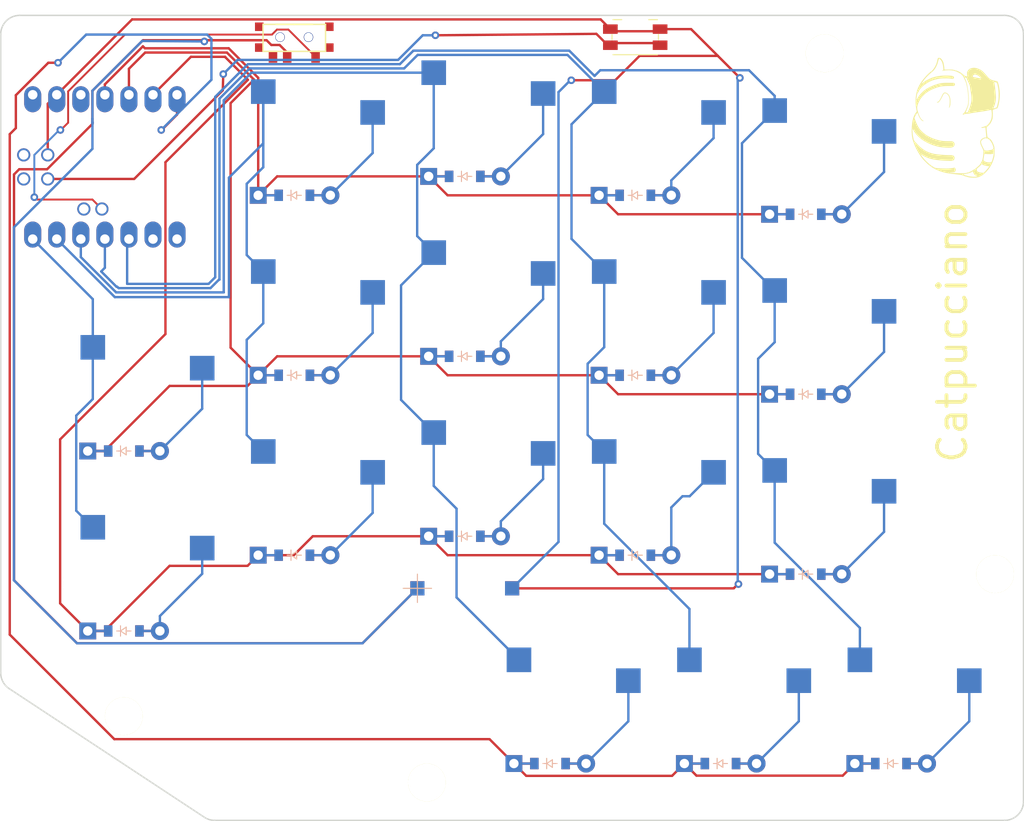
<source format=kicad_pcb>
(kicad_pcb (version 20240108) (generator "pcbnew") (generator_version "8.0")
  (title_block (title "left") (rev "v1.0.0") (company "Unknown"))
  (layers (0 "F.Cu" signal) (31 "B.Cu" signal) (34 "B.Paste" user) (35 "F.Paste" user) (36 "B.SilkS" user "B.Silkscreen") (37 "F.SilkS" user "F.Silkscreen") (38 "B.Mask" user) (39 "F.Mask" user) (44 "Edge.Cuts" user))
  (net 0 "")
  (net 1 "P0")
  (net 2 "pinky_bottom")
  (net 3 "pinky_middle")
  (net 4 "P1")
  (net 5 "ring_bottom")
  (net 6 "ring_middle")
  (net 7 "ring_top")
  (net 8 "P2")
  (net 9 "middle_bottom")
  (net 10 "middle_middle")
  (net 11 "middle_top")
  (net 12 "P3")
  (net 13 "index_bottom")
  (net 14 "index_middle")
  (net 15 "index_top")
  (net 16 "P4")
  (net 17 "inner_bottom")
  (net 18 "inner_middle")
  (net 19 "inner_top")
  (net 20 "middle_clusters")
  (net 21 "index_clusters")
  (net 22 "inner_clusters")
  (net 23 "P8")
  (net 24 "P9")
  (net 25 "P10")
  (net 26 "P7")
  (net 27 "VCC5")
  (net 28 "GND")
  (net 29 "VCC3")
  (net 30 "RST")
  (net 31 "BAT+")
  (net 32 "BAT-")
  (net 33 "CLK")
  (net 34 "DIO")
  (net 35 "P5")
  (net 36 "P6")
  (net 37 "POS")
  (footprint "E73:SPDT_C128955" (layer "F.Cu") (at 118 92.3)
    (property "Reference" "T1" (hide yes))
    (property "Value" "" (hide yes))
  )
  (footprint "Downloads:footprint" (layer "F.Cu") (at 187.9 100.85 90)
    (property "Reference" "G***" (hide yes))
    (property "Value" "LOGO" (hide yes))
  )
  (footprint "ComboDiode" (layer "F.Cu") (at 181 169)
    (property "Reference" "D17" (hide yes))
    (property "Value" "" (hide yes))
  )
  (footprint "PG1350" (layer "F.Cu") (at 154 104)
    (property "Reference" "S11" (hide yes))
    (property "Value" "" (hide yes))
  )
  (footprint "ComboDiode" (layer "F.Cu") (at 136 126)
    (property "Reference" "D7" (hide yes))
    (property "Value" "" (hide yes))
  )
  (footprint "PG1350" (layer "F.Cu") (at 136 121)
    (property "Reference" "S7" (hide yes))
    (property "Value" "" (hide yes))
  )
  (footprint "PG1350" (layer "F.Cu") (at 154 142)
    (property "Reference" "S9" (hide yes))
    (property "Value" "" (hide yes))
  )
  (footprint "PG1350" (layer "F.Cu") (at 163 164)
    (property "Reference" "S16" (hide yes))
    (property "Value" "" (hide yes))
  )
  (footprint "HOLE_M2_TH" (layer "F.Cu") (at 100 164)
    (property "Reference" "")
    (property "Value" "")
  )
  (footprint "HOLE_M2_TH" (layer "F.Cu") (at 132 171)
    (property "Reference" "")
    (property "Value" "")
  )
  (footprint "ComboDiode" (layer "F.Cu") (at 100 136)
    (property "Reference" "D2" (hide yes))
    (property "Value" "" (hide yes))
  )
  (footprint "ComboDiode" (layer "F.Cu") (at 154 109)
    (property "Reference" "D11" (hide yes))
    (property "Value" "" (hide yes))
  )
  (footprint "xiao-ble" (layer "F.Cu") (at 98 106 90)
    (property "Reference" "MCU1" (hide yes))
    (property "Value" "" (hide yes))
  )
  (footprint "PG1350" (layer "F.Cu") (at 100 150)
    (property "Reference" "S1" (hide yes))
    (property "Value" "" (hide yes))
  )
  (footprint "Downloads:Cat6.1" (layer "F.Cu") (at 187.9 100.85 90)
    (property "Reference" "G***" (hide yes))
    (property "Value" "LOGO" (hide yes))
  )
  (footprint "PG1350" (layer "F.Cu") (at 172 125)
    (property "Reference" "S13" (hide yes))
    (property "Value" "" (hide yes))
  )
  (footprint "ComboDiode" (layer "F.Cu") (at 100 155)
    (property "Reference" "D1" (hide yes))
    (property "Value" "" (hide yes))
  )
  (footprint "ComboDiode" (layer "F.Cu") (at 154 147)
    (property "Reference" "D9" (hide yes))
    (property "Value" "" (hide yes))
  )
  (footprint "PG1350" (layer "F.Cu") (at 100 131)
    (property "Reference" "S2" (hide yes))
    (property "Value" "" (hide yes))
  )
  (footprint "PG1350" (layer "F.Cu") (at 154 123)
    (property "Reference" "S10" (hide yes))
    (property "Value" "" (hide yes))
  )
  (footprint "HOLE_M2_TH" (layer "F.Cu") (at 174 94)
    (property "Reference" "")
    (property "Value" "")
  )
  (footprint "PG1350" (layer "F.Cu") (at 118 142)
    (property "Reference" "S3" (hide yes))
    (property "Value" "" (hide yes))
  )
  (footprint "PG1350" (layer "F.Cu") (at 136 140)
    (property "Reference" "S6" (hide yes))
    (property "Value" "" (hide yes))
  )
  (footprint "ComboDiode" (layer "F.Cu") (at 118 128)
    (property "Reference" "D4" (hide yes))
    (property "Value" "" (hide yes))
  )
  (footprint "Panasonic_EVQPUL_EVQPUC" (layer "F.Cu") (at 154 92.3)
    (property "Reference" "B1" (hide yes))
    (property "Value" "Panasonic_EVQPUL_EVQPUC" (hide yes))
  )
  (footprint "PG1350" (layer "F.Cu") (at 172 144)
    (property "Reference" "S12" (hide yes))
    (property "Value" "" (hide yes))
  )
  (footprint "ComboDiode" (layer "F.Cu") (at 118 147)
    (property "Reference" "D3" (hide yes))
    (property "Value" "" (hide yes))
  )
  (footprint "PG1350" (layer "F.Cu") (at 118 123)
    (property "Reference" "S4" (hide yes))
    (property "Value" "" (hide yes))
  )
  (footprint "ComboDiode" (layer "F.Cu") (at 172 149)
    (property "Reference" "D12" (hide yes))
    (property "Value" "" (hide yes))
  )
  (footprint "PG1350" (layer "F.Cu") (at 172 106)
    (property "Reference" "S14" (hide yes))
    (property "Value" "" (hide yes))
  )
  (footprint "PG1350" (layer "F.Cu") (at 145 164)
    (property "Reference" "S15" (hide yes))
    (property "Value" "" (hide yes))
  )
  (footprint "PG1350" (layer "F.Cu") (at 181 164)
    (property "Reference" "S17" (hide yes))
    (property "Value" "" (hide yes))
  )
  (footprint "ComboDiode" (layer "F.Cu") (at 136 145)
    (property "Reference" "D6" (hide yes))
    (property "Value" "" (hide yes))
  )
  (footprint "ComboDiode" (layer "F.Cu") (at 172 130)
    (property "Reference" "D13" (hide yes))
    (property "Value" "" (hide yes))
  )
  (footprint "PG1350" (layer "F.Cu") (at 118 104)
    (property "Reference" "S5" (hide yes))
    (property "Value" "" (hide yes))
  )
  (footprint "ComboDiode" (layer "F.Cu") (at 163 169)
    (property "Reference" "D16" (hide yes))
    (property "Value" "" (hide yes))
  )
  (footprint "ComboDiode" (layer "F.Cu") (at 136 107)
    (property "Reference" "D8" (hide yes))
    (property "Value" "" (hide yes))
  )
  (footprint "HOLE_M2_TH" (layer "F.Cu") (at 192 149)
    (property "Reference" "")
    (property "Value" "")
  )
  (footprint "ComboDiode" (layer "F.Cu") (at 172 111)
    (property "Reference" "D14" (hide yes))
    (property "Value" "" (hide yes))
  )
  (footprint "PG1350" (layer "F.Cu") (at 136 102)
    (property "Reference" "S8" (hide yes))
    (property "Value" "" (hide yes))
  )
  (footprint "ComboDiode" (layer "F.Cu") (at 145 169)
    (property "Reference" "D15" (hide yes))
    (property "Value" "" (hide yes))
  )
  (footprint "ComboDiode" (layer "F.Cu") (at 118 109)
    (property "Reference" "D5" (hide yes))
    (property "Value" "" (hide yes))
  )
  (footprint "ComboDiode" (layer "F.Cu") (at 136 150.5)
    (property "Reference" "BATTPAD1" (hide yes))
    (property "Value" "" (hide yes))
  )
  (footprint "ComboDiode" (layer "F.Cu") (at 154 128)
    (property "Reference" "D10" (hide yes))
    (property "Value" "" (hide yes))
  )
  (gr_line (start 87 159.422852) (end 87 92) (stroke (width 0.15)) (layer "Edge.Cuts"))
  (gr_arc (start 193 90) (mid 194.414214 90.585786) (end 195 92) (stroke (width 0.15)) (layer "Edge.Cuts"))
  (gr_arc (start 87.899373 161.092768) (mid 87.23914 160.371205) (end 87 159.422852) (stroke (width 0.15)) (layer "Edge.Cuts"))
  (gr_line (start 89 90) (end 193 90) (stroke (width 0.15)) (layer "Edge.Cuts"))
  (gr_line (start 108.499183 174.669916) (end 87.899373 161.092769) (stroke (width 0.15)) (layer "Edge.Cuts"))
  (gr_arc (start 109.59981 175) (mid 109.025281 174.915703) (end 108.499183 174.669916) (stroke (width 0.15)) (layer "Edge.Cuts"))
  (gr_line (start 193 175) (end 109.59981 175) (stroke (width 0.15)) (layer "Edge.Cuts"))
  (gr_arc (start 195 173) (mid 194.414214 174.414214) (end 193 175) (stroke (width 0.15)) (layer "Edge.Cuts"))
  (gr_line (start 195 92) (end 195 173) (stroke (width 0.15)) (layer "Edge.Cuts"))
  (gr_arc (start 87 92) (mid 87.585786 90.585786) (end 89 90) (stroke (width 0.15)) (layer "Edge.Cuts"))
  (gr_text "Catpucciano" (at 187.5 137.5 90) (layer "F.SilkS") (effects (font (size 3 3) (thickness 0.4)) (justify left)))
  (segment (start 96.725 125.05) (end 96.725 119.965) (width 0.25) (layer "B.Cu") (net 1))
  (segment (start 96.725 119.965) (end 90.38 113.62) (width 0.25) (layer "B.Cu") (net 1))
  (segment (start 96.725 125.05) (end 96.725 130.508684) (width 0.25) (layer "B.Cu") (net 1))
  (segment (start 96.725 130.508684) (end 94.976 132.257684) (width 0.25) (layer "B.Cu") (net 1))
  (segment (start 94.976 132.257684) (end 94.976 142.301) (width 0.25) (layer "B.Cu") (net 1))
  (segment (start 94.976 142.301) (end 96.725 144.05) (width 0.25) (layer "B.Cu") (net 1))
  (segment (start 101.65 155) (end 103.81 155) (width 0.25) (layer "F.Cu") (net 2))
  (segment (start 108.275 148.958684) (end 103.81 153.423684) (width 0.25) (layer "B.Cu") (net 2))
  (segment (start 101.65 155) (end 103.81 155) (width 0.25) (layer "B.Cu") (net 2))
  (segment (start 108.275 146.25) (end 108.275 148.958684) (width 0.25) (layer "B.Cu") (net 2))
  (segment (start 103.81 153.423684) (end 103.81 155) (width 0.25) (layer "B.Cu") (net 2))
  (segment (start 101.65 136) (end 103.81 136) (width 0.25) (layer "F.Cu") (net 3))
  (segment (start 108.275 131.535) (end 108.275 127.25) (width 0.25) (layer "B.Cu") (net 3))
  (segment (start 103.81 136) (end 108.275 131.535) (width 0.25) (layer "B.Cu") (net 3))
  (segment (start 101.65 136) (end 103.81 136) (width 0.25) (layer "B.Cu") (net 3))
  (segment (start 114.725 103.508684) (end 111.1 107.133684) (width 0.25) (layer "B.Cu") (net 4))
  (segment (start 99.05 119.75) (end 92.92 113.62) (width 0.25) (layer "B.Cu") (net 4))
  (segment (start 112.976 124.257684) (end 112.976 134.301) (width 0.25) (layer "B.Cu") (net 4))
  (segment (start 114.725 122.508684) (end 112.976 124.257684) (width 0.25) (layer "B.Cu") (net 4))
  (segment (start 111.1 107.133684) (end 111.1 119.75) (width 0.25) (layer "B.Cu") (net 4))
  (segment (start 114.725 117.05) (end 114.725 122.508684) (width 0.25) (layer "B.Cu") (net 4))
  (segment (start 114.725 98.05) (end 114.725 106.037) (width 0.25) (layer "B.Cu") (net 4))
  (segment (start 112.976 115.301) (end 114.725 117.05) (width 0.25) (layer "B.Cu") (net 4))
  (segment (start 114.725 98.05) (end 114.725 103.508684) (width 0.25) (layer "B.Cu") (net 4))
  (segment (start 114.725 106.037) (end 112.976 107.786) (width 0.25) (layer "B.Cu") (net 4))
  (segment (start 112.976 134.301) (end 114.725 136.05) (width 0.25) (layer "B.Cu") (net 4))
  (segment (start 111.1 119.75) (end 99.05 119.75) (width 0.25) (layer "B.Cu") (net 4))
  (segment (start 112.976 107.786) (end 112.976 115.301) (width 0.25) (layer "B.Cu") (net 4))
  (segment (start 119.65 147) (end 121.81 147) (width 0.25) (layer "F.Cu") (net 5))
  (segment (start 126.275 142.535) (end 121.81 147) (width 0.25) (layer "B.Cu") (net 5))
  (segment (start 119.65 147) (end 121.81 147) (width 0.25) (layer "B.Cu") (net 5))
  (segment (start 126.275 138.25) (end 126.275 142.535) (width 0.25) (layer "B.Cu") (net 5))
  (segment (start 119.65 128) (end 121.81 128) (width 0.25) (layer "F.Cu") (net 6))
  (segment (start 121.81 128) (end 119.65 128) (width 0.25) (layer "B.Cu") (net 6))
  (segment (start 126.275 119.25) (end 126.275 123.535) (width 0.25) (layer "B.Cu") (net 6))
  (segment (start 126.275 123.535) (end 121.81 128) (width 0.25) (layer "B.Cu") (net 6))
  (segment (start 119.65 109) (end 121.81 109) (width 0.25) (layer "F.Cu") (net 7))
  (segment (start 126.275 100.25) (end 126.275 104.535) (width 0.25) (layer "B.Cu") (net 7))
  (segment (start 119.65 109) (end 121.81 109) (width 0.25) (layer "B.Cu") (net 7))
  (segment (start 126.275 104.535) (end 121.81 109) (width 0.25) (layer "B.Cu") (net 7))
  (segment (start 130.976 113.301) (end 132.725 115.05) (width 0.25) (layer "B.Cu") (net 8))
  (segment (start 110.55 119.25) (end 99.186396 119.25) (width 0.25) (layer "B.Cu") (net 8))
  (segment (start 135.134501 142.0895) (end 132.725 139.679999) (width 0.25) (layer "B.Cu") (net 8))
  (segment (start 141.725 158.05) (end 135.134501 151.459501) (width 0.25) (layer "B.Cu") (net 8))
  (segment (start 132.725 96.05) (end 132.725 104.037) (width 0.25) (layer "B.Cu") (net 8))
  (segment (start 132.725 104.037) (end 130.976 105.786) (width 0.25) (layer "B.Cu") (net 8))
  (segment (start 129.2741 118.5009) (end 129.2741 130.5991) (width 0.25) (layer "B.Cu") (net 8))
  (segment (start 130.976 105.786) (end 130.976 113.301) (width 0.25) (layer "B.Cu") (net 8))
  (segment (start 95.46 115.523604) (end 95.46 113.62) (width 0.25) (layer "B.Cu") (net 8))
  (segment (start 132.725 139.679999) (end 132.725 134.05) (width 0.25) (layer "B.Cu") (net 8))
  (segment (start 110.55 98.975) (end 110.55 119.25) (width 0.25) (layer "B.Cu") (net 8))
  (segment (start 132.725 96.05) (end 113.475 96.05) (width 0.25) (layer "B.Cu") (net 8))
  (segment (start 132.725 115.05) (end 129.2741 118.5009) (width 0.25) (layer "B.Cu") (net 8))
  (segment (start 129.2741 130.5991) (end 132.725 134.05) (width 0.25) (layer "B.Cu") (net 8))
  (segment (start 99.186396 119.25) (end 95.46 115.523604) (width 0.25) (layer "B.Cu") (net 8))
  (segment (start 135.134501 151.459501) (end 135.134501 142.0895) (width 0.25) (layer "B.Cu") (net 8))
  (segment (start 113.475 96.05) (end 110.55 98.975) (width 0.25) (layer "B.Cu") (net 8))
  (segment (start 137.65 145) (end 139.81 145) (width 0.25) (layer "F.Cu") (net 9))
  (segment (start 144.275 136.25) (end 144.275 138.958684) (width 0.25) (layer "B.Cu") (net 9))
  (segment (start 144.275 138.958684) (end 139.81 143.423684) (width 0.25) (layer "B.Cu") (net 9))
  (segment (start 137.65 145) (end 139.81 145) (width 0.25) (layer "B.Cu") (net 9))
  (segment (start 139.81 143.423684) (end 139.81 145) (width 0.25) (layer "B.Cu") (net 9))
  (segment (start 137.65 126) (end 139.81 126) (width 0.25) (layer "F.Cu") (net 10))
  (segment (start 137.65 126) (end 139.81 126) (width 0.25) (layer "B.Cu") (net 10))
  (segment (start 139.81 124.423684) (end 139.81 126) (width 0.25) (layer "B.Cu") (net 10))
  (segment (start 144.275 117.25) (end 144.275 119.958684) (width 0.25) (layer "B.Cu") (net 10))
  (segment (start 144.275 119.958684) (end 139.81 124.423684) (width 0.25) (layer "B.Cu") (net 10))
  (segment (start 137.65 107) (end 139.81 107) (width 0.25) (layer "F.Cu") (net 11))
  (segment (start 144.275 98.25) (end 144.275 102.535) (width 0.25) (layer "B.Cu") (net 11))
  (segment (start 144.275 102.535) (end 139.81 107) (width 0.25) (layer "B.Cu") (net 11))
  (segment (start 137.65 107) (end 139.81 107) (width 0.25) (layer "B.Cu") (net 11))
  (segment (start 150.725 125.037) (end 148.976 126.786) (width 0.25) (layer "B.Cu") (net 12))
  (segment (start 99.3 118.65) (end 99.222792 118.65) (width 0.25) (layer "B.Cu") (net 12))
  (segment (start 129.6 95.6) (end 113.288604 95.6) (width 0.25) (layer "B.Cu") (net 12))
  (segment (start 150.725 117.05) (end 150.725 125.037) (width 0.25) (layer "B.Cu") (net 12))
  (segment (start 109.15 118.8) (end 99.45 118.8) (width 0.25) (layer "B.Cu") (net 12))
  (segment (start 150.725 98.05) (end 146.85 94.175) (width 0.25) (layer "B.Cu") (net 12))
  (segment (start 150.725 136.05) (end 150.725 143.675) (width 0.25) (layer "B.Cu") (net 12))
  (segment (start 98 116.65) (end 98 113.62) (width 0.25) (layer "B.Cu") (net 12))
  (segment (start 110.05 117.9) (end 109.15 118.8) (width 0.25) (layer "B.Cu") (net 12))
  (segment (start 110.1 98.788604) (end 110.1 117.9) (width 0.25) (layer "B.Cu") (net 12))
  (segment (start 113.288604 95.6) (end 110.1 98.788604) (width 0.25) (layer "B.Cu") (net 12))
  (segment (start 99.45 118.8) (end 99.3 118.65) (width 0.25) (layer "B.Cu") (net 12))
  (segment (start 99.222792 118.65) (end 97.611396 117.038604) (width 0.25) (layer "B.Cu") (net 12))
  (segment (start 159.725 152.675) (end 159.725 158.05) (width 0.25) (layer "B.Cu") (net 12))
  (segment (start 150.725 98.05) (end 147.2741 101.5009) (width 0.25) (layer "B.Cu") (net 12))
  (segment (start 147.2741 113.5991) (end 150.725 117.05) (width 0.25) (layer "B.Cu") (net 12))
  (segment (start 146.85 94.175) (end 131.025 94.175) (width 0.25) (layer "B.Cu") (net 12))
  (segment (start 131.025 94.175) (end 129.6 95.6) (width 0.25) (layer "B.Cu") (net 12))
  (segment (start 147.2741 101.5009) (end 147.2741 113.5991) (width 0.25) (layer "B.Cu") (net 12))
  (segment (start 148.976 126.786) (end 148.976 134.301) (width 0.25) (layer "B.Cu") (net 12))
  (segment (start 97.611396 117.038604) (end 98 116.65) (width 0.25) (layer "B.Cu") (net 12))
  (segment (start 150.725 143.675) (end 159.725 152.675) (width 0.25) (layer "B.Cu") (net 12))
  (segment (start 110.1 117.9) (end 110.05 117.9) (width 0.25) (layer "B.Cu") (net 12))
  (segment (start 148.976 134.301) (end 150.725 136.05) (width 0.25) (layer "B.Cu") (net 12))
  (segment (start 157.81 147) (end 155.65 147) (width 0.25) (layer "F.Cu") (net 13))
  (segment (start 158.992216 140.7741) (end 157.81 141.956316) (width 0.25) (layer "B.Cu") (net 13))
  (segment (start 162.275 138.25) (end 159.7509 140.7741) (width 0.25) (layer "B.Cu") (net 13))
  (segment (start 159.7509 140.7741) (end 158.992216 140.7741) (width 0.25) (layer "B.Cu") (net 13))
  (segment (start 155.65 147) (end 157.81 147) (width 0.25) (layer "B.Cu") (net 13))
  (segment (start 157.81 141.956316) (end 157.81 147) (width 0.25) (layer "B.Cu") (net 13))
  (segment (start 155.65 128) (end 157.81 128) (width 0.25) (layer "F.Cu") (net 14))
  (segment (start 162.275 123.535) (end 162.275 119.25) (width 0.25) (layer "B.Cu") (net 14))
  (segment (start 157.81 128) (end 162.275 123.535) (width 0.25) (layer "B.Cu") (net 14))
  (segment (start 155.65 128) (end 157.81 128) (width 0.25) (layer "B.Cu") (net 14))
  (segment (start 155.65 109) (end 157.81 109) (width 0.25) (layer "F.Cu") (net 15))
  (segment (start 157.81 107.423684) (end 157.81 109) (width 0.25) (layer "B.Cu") (net 15))
  (segment (start 162.275 102.958684) (end 157.81 107.423684) (width 0.25) (layer "B.Cu") (net 15))
  (segment (start 162.275 100.25) (end 162.275 102.958684) (width 0.25) (layer "B.Cu") (net 15))
  (segment (start 155.65 109) (end 157.81 109) (width 0.25) (layer "B.Cu") (net 15))
  (segment (start 177.725 154.675) (end 177.725 158.05) (width 0.25) (layer "B.Cu") (net 16))
  (segment (start 150.305698 95.794302) (end 149.705698 96.394302) (width 0.25) (layer "B.Cu") (net 16))
  (segment (start 168.725 100.05) (end 165.2741 103.5009) (width 0.25) (layer "B.Cu") (net 16))
  (segment (start 168.725 124.508684) (end 166.976 126.257684) (width 0.25) (layer "B.Cu") (net 16))
  (segment (start 168.725 138.05) (end 168.725 145.675) (width 0.25) (layer "B.Cu") (net 16))
  (segment (start 113.102208 95.15) (end 109.65 98.602208) (width 0.25) (layer "B.Cu") (net 16))
  (segment (start 100.35 118.35) (end 100.35 113.81) (width 0.25) (layer "B.Cu") (net 16))
  (segment (start 166.019302 95.794302) (end 150.305698 95.794302) (width 0.25) (layer "B.Cu") (net 16))
  (segment (start 109.65 117.65) (end 108.95 118.35) (width 0.25) (layer "B.Cu") (net 16))
  (segment (start 109.65 98.602208) (end 109.65 117.65) (width 0.25) (layer "B.Cu") (net 16))
  (segment (start 100.35 113.81) (end 100.54 113.62) (width 0.25) (layer "B.Cu") (net 16))
  (segment (start 130.575 93.725) (end 129.15 95.15) (width 0.25) (layer "B.Cu") (net 16))
  (segment (start 108.95 118.35) (end 100.35 118.35) (width 0.25) (layer "B.Cu") (net 16))
  (segment (start 147.036396 93.725) (end 130.575 93.725) (width 0.25) (layer "B.Cu") (net 16))
  (segment (start 168.725 100.05) (end 168.725 98.5) (width 0.25) (layer "B.Cu") (net 16))
  (segment (start 168.725 145.675) (end 177.725 154.675) (width 0.25) (layer "B.Cu") (net 16))
  (segment (start 129.15 95.15) (end 113.102208 95.15) (width 0.25) (layer "B.Cu") (net 16))
  (segment (start 168.725 119.05) (end 168.725 124.508684) (width 0.25) (layer "B.Cu") (net 16))
  (segment (start 166.976 126.257684) (end 166.976 136.301) (width 0.25) (layer "B.Cu") (net 16))
  (segment (start 165.2741 103.5009) (end 165.2741 115.5991) (width 0.25) (layer "B.Cu") (net 16))
  (segment (start 166.976 136.301) (end 168.725 138.05) (width 0.25) (layer "B.Cu") (net 16))
  (segment (start 149.705698 96.394302) (end 147.036396 93.725) (width 0.25) (layer "B.Cu") (net 16))
  (segment (start 168.725 98.5) (end 166.019302 95.794302) (width 0.25) (layer "B.Cu") (net 16))
  (segment (start 165.2741 115.5991) (end 168.725 119.05) (width 0.25) (layer "B.Cu") (net 16))
  (segment (start 173.65 149) (end 175.81 149) (width 0.25) (layer "F.Cu") (net 17))
  (segment (start 173.65 149) (end 175.81 149) (width 0.25) (layer "B.Cu") (net 17))
  (segment (start 180.275 140.25) (end 180.275 144.535) (width 0.25) (layer "B.Cu") (net 17))
  (segment (start 180.275 144.535) (end 175.81 149) (width 0.25) (layer "B.Cu") (net 17))
  (segment (start 173.65 130) (end 175.81 130) (width 0.25) (layer "F.Cu") (net 18))
  (segment (start 173.65 130) (end 175.81 130) (width 0.25) (layer "B.Cu") (net 18))
  (segment (start 180.275 125.535) (end 175.81 130) (width 0.25) (layer "B.Cu") (net 18))
  (segment (start 180.275 121.25) (end 180.275 125.535) (width 0.25) (layer "B.Cu") (net 18))
  (segment (start 173.65 111) (end 175.81 111) (width 0.25) (layer "F.Cu") (net 19))
  (segment (start 180.275 102.25) (end 180.275 106.535) (width 0.25) (layer "B.Cu") (net 19))
  (segment (start 180.275 106.535) (end 175.81 111) (width 0.25) (layer "B.Cu") (net 19))
  (segment (start 173.65 111) (end 175.81 111) (width 0.25) (layer "B.Cu") (net 19))
  (segment (start 146.65 169) (end 148.81 169) (width 0.25) (layer "F.Cu") (net 20))
  (segment (start 153.275 160.25) (end 153.275 164.535) (width 0.25) (layer "B.Cu") (net 20))
  (segment (start 146.65 169) (end 148.81 169) (width 0.25) (layer "B.Cu") (net 20))
  (segment (start 153.275 164.535) (end 148.81 169) (width 0.25) (layer "B.Cu") (net 20))
  (segment (start 164.65 169) (end 166.81 169) (width 0.25) (layer "F.Cu") (net 21))
  (segment (start 171.275 160.25) (end 171.275 164.535) (width 0.25) (layer "B.Cu") (net 21))
  (segment (start 164.65 169) (end 166.81 169) (width 0.25) (layer "B.Cu") (net 21))
  (segment (start 171.275 164.535) (end 166.81 169) (width 0.25) (layer "B.Cu") (net 21))
  (segment (start 182.65 169) (end 184.81 169) (width 0.25) (layer "F.Cu") (net 22))
  (segment (start 189.275 164.535) (end 184.81 169) (width 0.25) (layer "B.Cu") (net 22))
  (segment (start 189.275 160.25) (end 189.275 164.535) (width 0.25) (layer "B.Cu") (net 22))
  (segment (start 182.65 169) (end 184.81 169) (width 0.25) (layer "B.Cu") (net 22))
  (segment (start 117.95 147) (end 119.95 145) (width 0.25) (layer "F.Cu") (net 23))
  (segment (start 152.35 147) (end 150.19 147) (width 0.25) (layer "F.Cu") (net 23))
  (segment (start 113.065 148.125) (end 114.19 147) (width 0.25) (layer "F.Cu") (net 23))
  (segment (start 116.35 147) (end 114.19 147) (width 0.25) (layer "F.Cu") (net 23))
  (segment (start 107.085 94.375) (end 110.702208 94.375) (width 0.25) (layer "F.Cu") (net 23))
  (segment (start 104.395 123.650001) (end 93.2741 134.770901) (width 0.25) (layer "F.Cu") (net 23))
  (segment (start 98.35 155) (end 96.19 155) (width 0.25) (layer "F.Cu") (net 23))
  (segment (start 152.19 149) (end 168.19 149) (width 0.25) (layer "F.Cu") (net 23))
  (segment (start 93.2741 152.0841) (end 96.19 155) (width 0.25) (layer "F.Cu") (net 23))
  (segment (start 134.19 147) (end 150.19 147) (width 0.25) (layer "F.Cu") (net 23))
  (segment (start 96.19 155) (end 97.954999 155) (width 0.25) (layer "F.Cu") (net 23))
  (segment (start 97.954999 155) (end 104.829999 148.125) (width 0.25) (layer "F.Cu") (net 23))
  (segment (start 110.702208 94.375) (end 110.702208 94.402208) (width 0.25) (layer "F.Cu") (net 23))
  (segment (start 114.19 147) (end 117.95 147) (width 0.25) (layer "F.Cu") (net 23))
  (segment (start 113.101802 96.801802) (end 104.395 105.508604) (width 0.25) (layer "F.Cu") (net 23))
  (segment (start 134.35 145) (end 132.19 145) (width 0.25) (layer "F.Cu") (net 23))
  (segment (start 103.08 98.38) (end 107.085 94.375) (width 0.25) (layer "F.Cu") (net 23))
  (segment (start 150.19 147) (end 152.19 149) (width 0.25) (layer "F.Cu") (net 23))
  (segment (start 132.19 145) (end 134.19 147) (width 0.25) (layer "F.Cu") (net 23))
  (segment (start 93.2741 134.770901) (end 93.2741 152.0841) (width 0.25) (layer "F.Cu") (net 23))
  (segment (start 110.702208 94.402208) (end 113.101802 96.801802) (width 0.25) (layer "F.Cu") (net 23))
  (segment (start 104.829999 148.125) (end 113.065 148.125) (width 0.25) (layer "F.Cu") (net 23))
  (segment (start 119.95 145) (end 132.19 145) (width 0.25) (layer "F.Cu") (net 23))
  (segment (start 104.395 105.508604) (end 104.395 123.650001) (width 0.25) (layer "F.Cu") (net 23))
  (segment (start 170.35 149) (end 168.19 149) (width 0.25) (layer "F.Cu") (net 23))
  (segment (start 152.35 147) (end 150.19 147) (width 0.25) (layer "B.Cu") (net 23))
  (segment (start 114.19 147) (end 116.35 147) (width 0.25) (layer "B.Cu") (net 23))
  (segment (start 134.35 145) (end 132.19 145) (width 0.25) (layer "B.Cu") (net 23))
  (segment (start 98.35 155) (end 96.19 155) (width 0.25) (layer "B.Cu") (net 23))
  (segment (start 168.19 149) (end 170.35 149) (width 0.25) (layer "B.Cu") (net 23))
  (segment (start 114.19 128) (end 116.19 126) (width 0.25) (layer "F.Cu") (net 24))
  (segment (start 100.54 95.635) (end 100.54 98.38) (width 0.25) (layer "F.Cu") (net 24))
  (segment (start 116.19 126) (end 132.19 126) (width 0.25) (layer "F.Cu") (net 24))
  (segment (start 104.829999 129.125) (end 113.065 129.125) (width 0.25) (layer "F.Cu") (net 24))
  (segment (start 150.19 128) (end 152.19 130) (width 0.25) (layer "F.Cu") (net 24))
  (segment (start 102.25 93.925) (end 100.54 95.635) (width 0.25) (layer "F.Cu") (net 24))
  (segment (start 110.888604 93.925) (end 102.25 93.925) (width 0.25) (layer "F.Cu") (net 24))
  (segment (start 111.2741 99.2659) (end 113.74 96.8) (width 0.25) (layer "F.Cu") (net 24))
  (segment (start 168.19 130) (end 170.35 130) (width 0.25) (layer "F.Cu") (net 24))
  (segment (start 150.19 128) (end 152.35 128) (width 0.25) (layer "F.Cu") (net 24))
  (segment (start 132.19 126) (end 134.19 128) (width 0.25) (layer "F.Cu") (net 24))
  (segment (start 114.19 128) (end 116.35 128) (width 0.25) (layer "F.Cu") (net 24))
  (segment (start 134.19 128) (end 150.19 128) (width 0.25) (layer "F.Cu") (net 24))
  (segment (start 111.2741 125.0841) (end 111.2741 99.2659) (width 0.25) (layer "F.Cu") (net 24))
  (segment (start 114.19 128) (end 111.2741 125.0841) (width 0.25) (layer "F.Cu") (net 24))
  (segment (start 132.19 126) (end 134.35 126) (width 0.25) (layer "F.Cu") (net 24))
  (segment (start 113.065 129.125) (end 114.19 128) (width 0.25) (layer "F.Cu") (net 24))
  (segment (start 113.74 96.8) (end 113.74 96.776396) (width 0.25) (layer "F.Cu") (net 24))
  (segment (start 152.19 130) (end 168.19 130) (width 0.25) (layer "F.Cu") (net 24))
  (segment (start 96.19 136) (end 98.35 136) (width 0.25) (layer "F.Cu") (net 24))
  (segment (start 97.954999 136) (end 104.829999 129.125) (width 0.25) (layer "F.Cu") (net 24))
  (segment (start 113.74 96.776396) (end 110.888604 93.925) (width 0.25) (layer "F.Cu") (net 24))
  (segment (start 96.19 136) (end 97.954999 136) (width 0.25) (layer "F.Cu") (net 24))
  (segment (start 170.35 130) (end 168.19 130) (width 0.25) (layer "B.Cu") (net 24))
  (segment (start 116.35 128) (end 114.19 128) (width 0.25) (layer "B.Cu") (net 24))
  (segment (start 134.35 126) (end 132.19 126) (width 0.25) (layer "B.Cu") (net 24))
  (segment (start 152.35 128) (end 150.19 128) (width 0.25) (layer "B.Cu") (net 24))
  (segment (start 96.19 136) (end 98.35 136) (width 0.25) (layer "B.Cu") (net 24))
  (segment (start 98 97.283984) (end 102.016992 93.266992) (width 0.25) (layer "F.Cu") (net 25))
  (segment (start 134.19 109) (end 150.19 109) (width 0.25) (layer "F.Cu") (net 25))
  (segment (start 152.19 111) (end 168.19 111) (width 0.25) (layer "F.Cu") (net 25))
  (segment (start 111.075 93.475) (end 114.19 96.59) (width 0.25) (layer "F.Cu") (net 25))
  (segment (start 98 98.38) (end 98 97.283984) (width 0.25) (layer "F.Cu") (net 25))
  (segment (start 132.19 107) (end 134.19 109) (width 0.25) (layer "F.Cu") (net 25))
  (segment (start 114.19 96.59) (end 114.19 109) (width 0.25) (layer "F.Cu") (net 25))
  (segment (start 170.35 111) (end 168.19 111) (width 0.25) (layer "F.Cu") (net 25))
  (segment (start 152.35 109) (end 150.19 109) (width 0.25) (layer "F.Cu") (net 25))
  (segment (start 102.225 93.475) (end 111.075 93.475) (width 0.25) (layer "F.Cu") (net 25))
  (segment (start 114.19 109) (end 116.19 107) (width 0.25) (layer "F.Cu") (net 25))
  (segment (start 116.19 107) (end 132.19 107) (width 0.25) (layer "F.Cu") (net 25))
  (segment (start 134.35 107) (end 132.19 107) (width 0.25) (layer "F.Cu") (net 25))
  (segment (start 116.35 109) (end 114.19 109) (width 0.25) (layer "F.Cu") (net 25))
  (segment (start 102.016992 93.266992) (end 102.225 93.475) (width 0.25) (layer "F.Cu") (net 25))
  (segment (start 150.19 109) (end 152.19 111) (width 0.25) (layer "F.Cu") (net 25))
  (segment (start 116.35 109) (end 114.19 109) (width 0.25) (layer "B.Cu") (net 25))
  (segment (start 152.35 109) (end 150.19 109) (width 0.25) (layer "B.Cu") (net 25))
  (segment (start 134.35 107) (end 132.19 107) (width 0.25) (layer "B.Cu") (net 25))
  (segment (start 170.35 111) (end 168.19 111) (width 0.25) (layer "B.Cu") (net 25))
  (segment (start 177.19 169) (end 179.35 169) (width 0.25) (layer "F.Cu") (net 26))
  (segment (start 93.05 95) (end 93.1 95) (width 0.25) (layer "F.Cu") (net 26))
  (segment (start 159.19 169) (end 160.4675 170.2775) (width 0.25) (layer "F.Cu") (net 26))
  (segment (start 159.19 169) (end 161.35 169) (width 0.25) (layer "F.Cu") (net 26))
  (segment (start 141.19 169) (end 143.35 169) (width 0.25) (layer "F.Cu") (net 26))
  (segment (start 98.995532 166.425) (end 87.9545 155.383968) (width 0.25) (layer "F.Cu") (net 26))
  (segment (start 175.9125 170.2775) (end 177.19 169) (width 0.25) (layer "F.Cu") (net 26))
  (segment (start 88.6 101.9) (end 88.6 98.427588) (width 0.25) (layer "F.Cu") (net 26))
  (segment (start 103.95 102.15) (end 104.05 102.05) (width 0.25) (layer "F.Cu") (net 26))
  (segment (start 104 102.1) (end 103.95 102.1) (width 0.25) (layer "F.Cu") (net 26))
  (segment (start 141.19 169) (end 142.49 170.3) (width 0.25) (layer "F.Cu") (net 26))
  (segment (start 142.49 170.3) (end 157.89 170.3) (width 0.25) (layer "F.Cu") (net 26))
  (segment (start 141.19 169) (end 138.615 166.425) (width 0.25) (layer "F.Cu") (net 26))
  (segment (start 157.89 170.3) (end 159.19 169) (width 0.25) (layer "F.Cu") (net 26))
  (segment (start 138.615 166.425) (end 98.995532 166.425) (width 0.25) (layer "F.Cu") (net 26))
  (segment (start 87.9545 155.383968) (end 87.9545 102.5455) (width 0.25) (layer "F.Cu") (net 26))
  (segment (start 92.027588 95) (end 93.05 95) (width 0.25) (layer "F.Cu") (net 26))
  (segment (start 160.4675 170.2775) (end 175.9125 170.2775) (width 0.25) (layer "F.Cu") (net 26))
  (segment (start 88.6 98.427588) (end 92.027588 95) (width 0.25) (layer "F.Cu") (net 26))
  (segment (start 87.9545 102.5455) (end 88.6 101.9) (width 0.25) (layer "F.Cu") (net 26))
  (segment (start 105.62 98.38) (end 105.62 100.48) (width 0.25) (layer "F.Cu") (net 26))
  (segment (start 105.62 100.48) (end 104 102.1) (width 0.25) (layer "F.Cu") (net 26))
  (segment (start 103.95 102.1) (end 103.95 102.15) (width 0.25) (layer "F.Cu") (net 26))
  (via (at 93.05 95) (size 0.8) (drill 0.4) (layers "F.Cu" "B.Cu") (net 26))
  (via (at 103.95 102.1) (size 0.8) (drill 0.4) (layers "F.Cu" "B.Cu") (net 26))
  (segment (start 161.35 169) (end 159.19 169) (width 0.25) (layer "B.Cu") (net 26))
  (segment (start 93.05 95) (end 96.025 92.025) (width 0.25) (layer "B.Cu") (net 26))
  (segment (start 109.25 96.8) (end 103.95 102.1) (width 0.25) (layer "B.Cu") (net 26))
  (segment (start 109.25 92.474695) (end 109.25 96.8) (width 0.25) (layer "B.Cu") (net 26))
  (segment (start 177.19 169) (end 179.35 169) (width 0.25) (layer "B.Cu") (net 26))
  (segment (start 96.025 92.025) (end 108.800305 92.025) (width 0.25) (layer "B.Cu") (net 26))
  (segment (start 108.800305 92.025) (end 109.25 92.474695) (width 0.25) (layer "B.Cu") (net 26))
  (segment (start 141.19 169) (end 143.35 169) (width 0.25) (layer "B.Cu") (net 26))
  (segment (start 151.88566 96.85) (end 154.46066 94.275) (width 0.25) (layer "F.Cu") (net 28))
  (segment (start 147.25 96.85) (end 151.88566 96.85) (width 0.25) (layer "F.Cu") (net 28))
  (segment (start 91.968 99.332) (end 91.968 104.73) (width 0.25) (layer "F.Cu") (net 28))
  (segment (start 141 150.5) (end 164.4 150.5) (width 0.25) (layer "F.Cu") (net 28))
  (segment (start 159.9 91.45) (end 162.725 94.275) (width 0.25) (layer "F.Cu") (net 28))
  (segment (start 164.4 150.5) (end 164.85 150.05) (width 0.25) (layer "F.Cu") (net 28))
  (segment (start 92.92 98.38) (end 100.875 90.425) (width 0.25) (layer "F.Cu") (net 28))
  (segment (start 150.35 90.425) (end 151.375 91.45) (width 0.25) (layer "F.Cu") (net 28))
  (segment (start 162.725 94.275) (end 165.05 96.6) (width 0.25) (layer "F.Cu") (net 28))
  (segment (start 156.625 91.45) (end 159.9 91.45) (width 0.25) (layer "F.Cu") (net 28))
  (segment (start 100.875 90.425) (end 150.35 90.425) (width 0.25) (layer "F.Cu") (net 28))
  (segment (start 154.46066 94.275) (end 162.725 94.275) (width 0.25) (layer "F.Cu") (net 28))
  (segment (start 151.375 91.45) (end 151.6 91.675) (width 0.25) (layer "F.Cu") (net 28))
  (segment (start 156.4 91.675) (end 156.625 91.45) (width 0.25) (layer "F.Cu") (net 28))
  (segment (start 164.85 150.05) (end 164.9 150.05) (width 0.25) (layer "F.Cu") (net 28))
  (segment (start 92.92 98.38) (end 91.968 99.332) (width 0.25) (layer "F.Cu") (net 28))
  (segment (start 151.6 91.675) (end 156.4 91.675) (width 0.25) (layer "F.Cu") (net 28))
  (segment (start 164.9 150) (end 164.8 150.1) (width 0.25) (layer "F.Cu") (net 28))
  (segment (start 164.9 150.05) (end 164.9 150) (width 0.25) (layer "F.Cu") (net 28))
  (via (at 147.25 96.85) (size 0.8) (drill 0.4) (layers "F.Cu" "B.Cu") (net 28))
  (via (at 165.05 96.6) (size 0.8) (drill 0.4) (layers "F.Cu" "B.Cu") (net 28))
  (via (at 164.9 150.05) (size 0.8) (drill 0.4) (layers "F.Cu" "B.Cu") (net 28))
  (segment (start 141 150.5) (end 145.9 145.6) (width 0.25) (layer "B.Cu") (net 28))
  (segment (start 147.25 96.85) (end 147.25 96.75) (width 0.25) (layer "B.Cu") (net 28))
  (segment (start 145.9 98.1) (end 147.15 96.85) (width 0.25) (layer "B.Cu") (net 28))
  (segment (start 165.05 96.6) (end 164.8241 96.8259) (width 0.25) (layer "B.Cu") (net 28))
  (segment (start 145.9 145.6) (end 145.9 98.1) (width 0.25) (layer "B.Cu") (net 28))
  (segment (start 164.8241 96.8259) (end 164.8241 149.9741) (width 0.25) (layer "B.Cu") (net 28))
  (segment (start 147.25 96.75) (end 147.2 96.8) (width 0.25) (layer "B.Cu") (net 28))
  (segment (start 147.15 96.85) (end 147.25 96.85) (width 0.25) (layer "B.Cu") (net 28))
  (segment (start 164.8241 149.9741) (end 164.9 150.05) (width 0.25) (layer "B.Cu") (net 28))
  (segment (start 151.375 93.15) (end 151.6 92.925) (width 0.25) (layer "F.Cu") (net 30))
  (segment (start 110.45 97.913604) (end 110.5 96.2) (width 0.25) (layer "F.Cu") (net 30))
  (segment (start 91.968 107.27) (end 101.093604 107.27) (width 0.25) (layer "F.Cu") (net 30))
  (segment (start 151.6 92.925) (end 156.4 92.925) (width 0.25) (layer "F.Cu") (net 30))
  (segment (start 151.375 93.15) (end 151.1 93.15) (width 0.25) (layer "F.Cu") (net 30))
  (segment (start 149.9 91.95) (end 132.9 92.1) (width 0.25) (layer "F.Cu") (net 30))
  (segment (start 156.4 92.925) (end 156.625 93.15) (width 0.25) (layer "F.Cu") (net 30))
  (segment (start 101.093604 107.27) (end 110.45 97.913604) (width 0.25) (layer "F.Cu") (net 30))
  (segment (start 151.1 93.15) (end 149.9 91.95) (width 0.25) (layer "F.Cu") (net 30))
  (segment (start 110.5 96.2) (end 110.45 96.2) (width 0.25) (layer "F.Cu") (net 30))
  (segment (start 132.9 92.1) (end 132.95 91.95) (width 0.25) (layer "F.Cu") (net 30))
  (via (at 132.9 92.1) (size 0.8) (drill 0.4) (layers "F.Cu" "B.Cu") (net 30))
  (via (at 110.5 96.2) (size 0.8) (drill 0.4) (layers "F.Cu" "B.Cu") (net 30))
  (segment (start 131.563604 92.1) (end 128.963604 94.7) (width 0.25) (layer "B.Cu") (net 30))
  (segment (start 132.9 92.1) (end 131.563604 92.1) (width 0.25) (layer "B.Cu") (net 30))
  (segment (start 128.963604 94.7) (end 112 94.7) (width 0.25) (layer "B.Cu") (net 30))
  (segment (start 112 94.7) (end 110.5 96.2) (width 0.25) (layer "B.Cu") (net 30))
  (segment (start 93.35 102.1) (end 93.3 102.1) (width 0.2) (layer "F.Cu") (net 31))
  (segment (start 120.25 94.375) (end 117.375 91.5) (width 0.2) (layer "F.Cu") (net 31))
  (segment (start 100.117424 92.02552) (end 94.12 98.022944) (width 0.2) (layer "F.Cu") (net 31))
  (segment (start 93.3 102.1) (end 93.3 102.15) (width 0.2) (layer "F.Cu") (net 31))
  (segment (start 117.375 91.5) (end 116.168629 91.5) (width 0.2) (layer "F.Cu") (net 31))
  (segment (start 116.168629 91.5) (end 115.643109 92.02552) (width 0.2) (layer "F.Cu") (net 31))
  (segment (start 115.643109 92.02552) (end 100.117424 92.02552) (width 0.2) (layer "F.Cu") (net 31))
  (segment (start 96.6845 109.4465) (end 90.7965 109.4465) (width 0.2) (layer "F.Cu") (net 31))
  (segment (start 94.12 98.022944) (end 94.12 101.33) (width 0.2) (layer "F.Cu") (net 31))
  (segment (start 94.12 101.33) (end 93.35 102.1) (width 0.2) (layer "F.Cu") (net 31))
  (segment (start 93.3 102.15) (end 93.35 102.1) (width 0.2) (layer "F.Cu") (net 31))
  (segment (start 97.683 110.445) (end 96.6845 109.4465) (width 0.2) (layer "F.Cu") (net 31))
  (segment (start 90.7965 109.4465) (end 90.55 109.2) (width 0.2) (layer "F.Cu") (net 31))
  (segment (start 90.55 109.2) (end 90.6 109.25) (width 0.2) (layer "F.Cu") (net 31))
  (via (at 93.3 102.1) (size 0.8) (drill 0.4) (layers "F.Cu" "B.Cu") (net 31))
  (via (at 90.55 109.2) (size 0.8) (drill 0.4) (layers "F.Cu" "B.Cu") (net 31))
  (segment (start 90.55 109.2) (end 90.55 104.735907) (width 0.2) (layer "B.Cu") (net 31))
  (segment (start 93.185907 102.1) (end 93.3 102.1) (width 0.2) (layer "B.Cu") (net 31))
  (segment (start 90.55 104.735907) (end 93.185907 102.1) (width 0.2) (layer "B.Cu") (net 31))
  (segment (start 88.4045 106.7955) (end 88.4045 149.6425) (width 0.25) (layer "F.Cu") (net 37))
  (segment (start 117.25 94.375) (end 117.25 93.925) (width 0.25) (layer "F.Cu") (net 37))
  (segment (start 108.5 92.75) (end 108.625 92.625) (width 0.25) (layer "F.Cu") (net 37))
  (segment (start 116.45 93.125) (end 115.575 93.125) (width 0.25) (layer "F.Cu") (net 37))
  (segment (start 115.075 92.625) (end 114.45 92.625) (width 0.25) (layer "F.Cu") (net 37))
  (segment (start 117.25 93.925) (end 116.45 93.125) (width 0.25) (layer "F.Cu") (net 37))
  (segment (start 114.45 92.625) (end 102.022588 92.625) (width 0.25) (layer "F.Cu") (net 37))
  (segment (start 91.898948 106.2465) (end 88.9535 106.2465) (width 0.25) (layer "F.Cu") (net 37))
  (segment (start 95.062 156.3) (end 125.2 156.3) (width 0.25) (layer "F.Cu") (net 37))
  (segment (start 88.4045 149.6425) (end 95.062 156.3) (width 0.25) (layer "F.Cu") (net 37))
  (segment (start 125.2 156.3) (end 131 150.5) (width 0.25) (layer "F.Cu") (net 37))
  (segment (start 102.022588 92.625) (end 96.685 97.962588) (width 0.25) (layer "F.Cu") (net 37))
  (segment (start 96.685 101.460448) (end 91.898948 106.2465) (width 0.25) (layer "F.Cu") (net 37))
  (segment (start 96.685 97.962588) (end 96.685 101.460448) (width 0.25) (layer "F.Cu") (net 37))
  (segment (start 115.575 93.125) (end 115.075 92.625) (width 0.25) (layer "F.Cu") (net 37))
  (segment (start 108.625 92.625) (end 114.45 92.625) (width 0.25) (layer "F.Cu") (net 37))
  (segment (start 88.9535 106.2465) (end 88.4045 106.7955) (width 0.25) (layer "F.Cu") (net 37))
  (via (at 108.5 92.75) (size 0.8) (drill 0.4) (layers "F.Cu" "B.Cu") (net 37))
  (segment (start 95.05 156.3) (end 125.2 156.3) (width 0.25) (layer "B.Cu") (net 37))
  (segment (start 96.685 100.9) (end 96.685 97.95) (width 0.25) (layer "B.Cu") (net 37))
  (segment (start 101.935 92.7) (end 102 92.7) (width 0.25) (layer "B.Cu") (net 37))
  (segment (start 96.685 97.95) (end 101.935 92.7) (width 0.25) (layer "B.Cu") (net 37))
  (segment (start 96.685 101.285) (end 96.685 100.9) (width 0.25) (layer "B.Cu") (net 37))
  (segment (start 88.4 112.375305) (end 88.4 149.65) (width 0.25) (layer "B.Cu") (net 37))
  (segment (start 96.685 100.9) (end 96.685 104.090305) (width 0.25) (layer "B.Cu") (net 37))
  (segment (start 108.5 92.75) (end 108.5 92.7) (width 0.25) (layer "B.Cu") (net 37))
  (segment (start 102 92.7) (end 108.5 92.75) (width 0.25) (layer "B.Cu") (net 37))
  (segment (start 125.2 156.3) (end 131 150.5) (width 0.25) (layer "B.Cu") (net 37))
  (segment (start 96.7 101.45) (end 96.7 101.3) (width 0.25) (layer "B.Cu") (net 37))
  (segment (start 96.7 101.3) (end 96.685 101.285) (width 0.25) (layer "B.Cu") (net 37))
  (segment (start 88.4 149.65) (end 95.05 156.3) (width 0.25) (layer "B.Cu") (net 37))
  (segment (start 96.685 104.090305) (end 88.4 112.375305) (width 0.25) (layer "B.Cu") (net 37))
)
</source>
